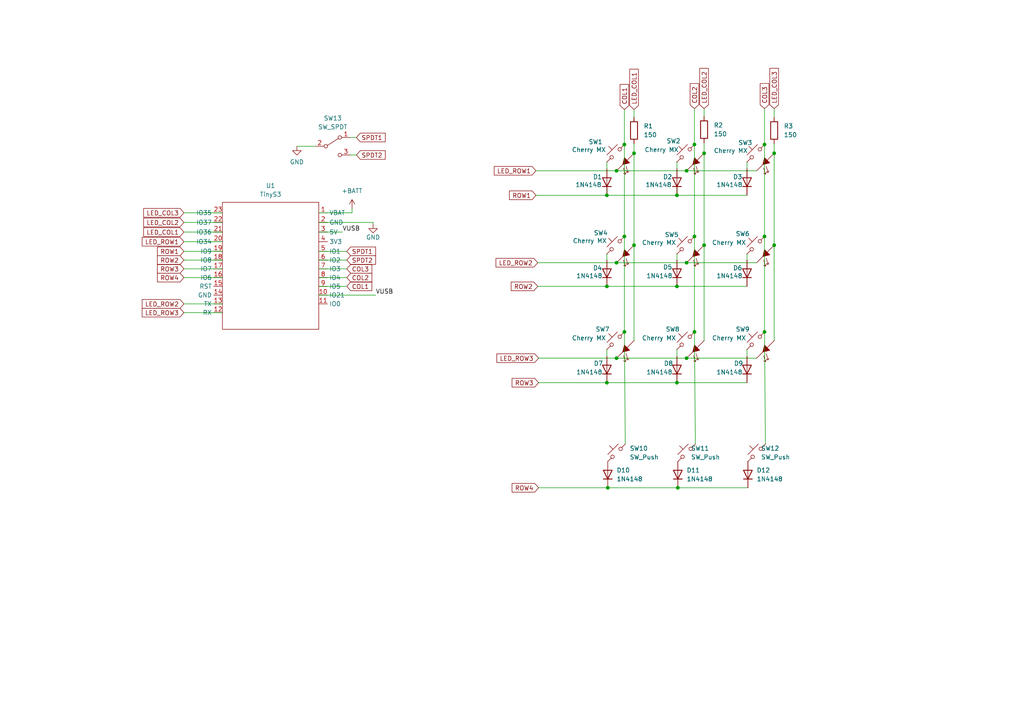
<source format=kicad_sch>
(kicad_sch (version 20211123) (generator eeschema)
  (paper "A4")
  (title_block (title "Macro Keyboard V1") (date "2022-10-02") (rev "1.1"))
  (lib_symbols
    (symbol "Device:R" (pin_numbers hide) (pin_names (offset 0))
      (property "Reference" "R" (at 2.032 0 90))
      (property "Value" "R" (at 0 0 90))
      (symbol "R_0_1"
        (rectangle (start -1.016 -2.54) (end 1.016 2.54) (stroke (width 0.254)))
      )
      (symbol "R_1_1"
        (pin passive line (at 0 3.81 270) (length 1.27) (name "~") (number "1"))
        (pin passive line (at 0 -3.81 90) (length 1.27) (name "~") (number "2"))
      )
    )
    (symbol "Diode:1N4148W" (pin_numbers hide) (pin_names (offset 1.016) hide)
      (property "Reference" "D" (at 0 2.54 0))
      (property "Value" "1N4148W" (at 0 -2.54 0))
      (symbol "1N4148W_0_1"
        (polyline (pts (xy -1.27 1.27) (xy -1.27 -1.27)) (stroke (width 0.254)))
        (polyline (pts (xy 1.27 0) (xy -1.27 0)))
        (polyline (pts (xy 1.27 1.27) (xy 1.27 -1.27) (xy -1.27 0) (xy 1.27 1.27)) (stroke (width 0.254)))
      )
      (symbol "1N4148W_1_1"
        (pin passive line (at -3.81 0 0) (length 2.54) (name "K") (number "1"))
        (pin passive line (at 3.81 0 180) (length 2.54) (name "A") (number "2"))
      )
    )
    (symbol "Macro-Keyboard-symbols:SW_Push_45deg" (pin_numbers hide) (pin_names (offset 1.016) hide)
      (property "Reference" "SW" (at 3.048 1.016 0))
      (property "Value" "SW_Push_45deg" (at 0 -3.81 0))
      (symbol "SW_Push_45deg_0_1"
        (circle (center -1.1684 1.1684) (radius 0.508))
        (polyline (pts (xy -0.508 2.54) (xy 2.54 -0.508)))
        (polyline (pts (xy 1.016 1.016) (xy 2.032 2.032)))
        (polyline (pts (xy -2.54 2.54) (xy -1.524 1.524) (xy -1.524 1.524)))
        (polyline (pts (xy 1.524 -1.524) (xy 2.54 -2.54) (xy 2.54 -2.54) (xy 2.54 -2.54)))
        (circle (center 1.143 -1.1938) (radius 0.508))
        (pin passive line (at -2.54 2.54 0) (length 0) (name "1") (number "1"))
        (pin passive line (at 2.54 -2.54 180) (length 0) (name "2") (number "2"))
      )
    )
    (symbol "Macro-Keyboard-symbols:SW_Push_LED_45deg" (pin_numbers hide) (pin_names (offset 1.016) hide)
      (property "Reference" "SW" (at 3.048 1.016 0))
      (property "Value" "SW_Push_LED_45deg" (at -0.762 -6.35 0))
      (symbol "SW_Push_LED_45deg_0_0"
        (polyline (pts (xy -6.096 -2.794) (xy -4.318 -2.286)))
        (polyline (pts (xy -5.588 -3.556) (xy -3.81 -3.048)))
        (polyline (pts (xy -5.842 -2.286) (xy -6.096 -2.794) (xy -5.588 -3.048)))
        (polyline (pts (xy -5.334 -3.048) (xy -5.588 -3.556) (xy -5.08 -3.81)))
        (polyline (pts (xy -2.794 -4.064) (xy -1.27 -2.54) (xy -3.302 -2.032) (xy -2.794 -4.064)) (fill (type outline)))
      )
      (symbol "SW_Push_LED_45deg_0_1"
        (circle (center -1.1684 1.1684) (radius 0.508))
        (polyline (pts (xy -0.508 2.54) (xy 2.54 -0.508)))
        (polyline (pts (xy 1.016 1.016) (xy 2.032 2.032)))
        (polyline (pts (xy -2.54 2.54) (xy -1.524 1.524) (xy -1.524 1.524)))
        (polyline (pts (xy -5.08 -0.254) (xy 0 -5.334) (xy 0 -5.334) (xy 0 -5.334)))
        (polyline (pts (xy 1.524 -1.524) (xy 2.54 -2.54) (xy 2.54 -2.54) (xy 2.54 -2.54)))
        (circle (center 1.143 -1.1938) (radius 0.508))
        (pin passive line (at 2.54 -2.54 180) (length 0) (name "1") (number "1"))
        (pin passive line (at -2.54 2.54 0) (length 0) (name "2") (number "2"))
      )
      (symbol "SW_Push_LED_45deg_1_1"
        (pin passive line (at 0 -5.334 180) (length 0) (name "3") (number "3"))
        (pin passive line (at -5.08 -0.254 0) (length 0) (name "4") (number "4"))
      )
    )
    (symbol "Macro-Keyboard-symbols:SW_SPDT" (pin_names (offset 0) hide)
      (property "Reference" "SW" (at 0 4.318 0))
      (property "Value" "SW_SPDT" (at 0 -5.08 0))
      (symbol "SW_SPDT_0_0"
        (circle (center -2.032 0) (radius 0.508))
        (circle (center 2.032 -2.54) (radius 0.508))
      )
      (symbol "SW_SPDT_0_1"
        (polyline (pts (xy -1.524 0.254) (xy 1.651 2.286)))
        (circle (center 2.032 2.54) (radius 0.508))
      )
      (symbol "SW_SPDT_1_1"
        (pin passive line (at 5.08 2.54 180) (length 2.54) (name "A") (number "1"))
        (pin passive line (at -5.08 0 0) (length 2.54) (name "B") (number "2"))
        (pin passive line (at 5.08 -2.54 180) (length 2.54) (name "C") (number "3"))
      )
    )
    (symbol "Macro-Keyboard-symbols:TinyS3"
      (property "Reference" "U" (at -0.508 -20.32 0))
      (property "Value" "TinyS3" (at -0.508 21.844 0))
      (symbol "TinyS3_0_1"
        (rectangle (start 13.716 -17.526) (end -14.224 19.304) (stroke (width 0.1524)))
      )
      (symbol "TinyS3_1_1"
        (pin power_in line (at 13.716 16.256 0) (length 2.54) (name "VBAT") (number "1"))
        (pin bidirectional line (at 13.716 -7.62 0) (length 2.54) (name "IO21") (number "10"))
        (pin bidirectional line (at 13.716 -10.16 0) (length 2.54) (name "IO0") (number "11"))
        (pin bidirectional line (at -14.224 -12.7 180) (length 2.54) (name "RX") (number "12"))
        (pin bidirectional line (at -14.224 -10.16 180) (length 2.54) (name "TX") (number "13"))
        (pin power_in line (at -14.224 -7.62 180) (length 2.54) (name "GND") (number "14"))
        (pin input line (at -14.224 -5.08 180) (length 2.54) (name "RST") (number "15"))
        (pin bidirectional line (at -14.224 -2.54 180) (length 2.54) (name "IO6") (number "16"))
        (pin bidirectional line (at -14.224 0 180) (length 2.54) (name "IO7") (number "17"))
        (pin bidirectional line (at -14.224 2.54 180) (length 2.54) (name "IO8") (number "18"))
        (pin bidirectional line (at -14.224 5.08 180) (length 2.54) (name "IO9") (number "19"))
        (pin power_in line (at 13.716 13.462 0) (length 2.54) (name "GND") (number "2"))
        (pin bidirectional line (at -14.224 7.874 180) (length 2.54) (name "IO34") (number "20"))
        (pin bidirectional line (at -14.224 10.668 180) (length 2.54) (name "IO36") (number "21"))
        (pin bidirectional line (at -14.224 13.462 180) (length 2.54) (name "IO37") (number "22"))
        (pin bidirectional line (at -14.224 16.256 180) (length 2.54) (name "IO35") (number "23"))
        (pin power_in line (at 13.716 10.668 0) (length 2.54) (name "5V") (number "3"))
        (pin power_in line (at 13.716 7.874 0) (length 2.54) (name "3V3") (number "4"))
        (pin bidirectional line (at 13.716 5.08 0) (length 2.54) (name "IO1") (number "5"))
        (pin bidirectional line (at 13.716 2.54 0) (length 2.54) (name "IO2") (number "6"))
        (pin bidirectional line (at 13.716 0 0) (length 2.54) (name "IO3") (number "7"))
        (pin bidirectional line (at 13.716 -2.54 0) (length 2.54) (name "IO4") (number "8"))
        (pin bidirectional line (at 13.716 -5.08 0) (length 2.54) (name "IO5") (number "9"))
      )
    )
    (symbol "power:+BATT" (power) (pin_names (offset 0))
      (property "Value" "+BATT" (at 0 3.556 0))
      (symbol "+BATT_0_1"
        (polyline (pts (xy -0.762 1.27) (xy 0 2.54)))
        (polyline (pts (xy 0 0) (xy 0 2.54)))
        (polyline (pts (xy 0 2.54) (xy 0.762 1.27)))
      )
      (symbol "+BATT_1_1"
        (pin power_in line (at 0 0 90) (length 0) hide (name "+BATT") (number "1"))
      )
    )
    (symbol "power:GND" (power) (pin_names (offset 0))
      (property "Value" "GND" (at 0 -3.81 0))
      (symbol "GND_0_1"
        (polyline (pts (xy 0 0) (xy 0 -1.27) (xy 1.27 -1.27) (xy 0 -2.54) (xy -1.27 -1.27) (xy 0 -1.27)))
      )
      (symbol "GND_1_1"
        (pin power_in line (at 0 0 270) (length 0) hide (name "GND") (number "1"))
      )
    )
  )
  (junction (at 178.816 49.53))
  (junction (at 204.216 44.45))
  (junction (at 181.102 68.58))
  (junction (at 199.136 49.53))
  (junction (at 178.816 103.886))
  (junction (at 199.136 103.886))
  (junction (at 178.816 76.2))
  (junction (at 176.022 56.642))
  (junction (at 181.102 96.266))
  (junction (at 221.742 68.58))
  (junction (at 181.102 41.91))
  (junction (at 201.422 96.266))
  (junction (at 196.596 141.478))
  (junction (at 176.022 83.058))
  (junction (at 176.276 141.478))
  (junction (at 224.536 71.12))
  (junction (at 204.216 71.12))
  (junction (at 196.342 110.998))
  (junction (at 183.896 71.12))
  (junction (at 221.742 41.91))
  (junction (at 199.136 76.2))
  (junction (at 201.422 68.58))
  (junction (at 201.422 41.91))
  (junction (at 196.342 83.058))
  (junction (at 183.896 44.45))
  (junction (at 221.742 96.266))
  (junction (at 196.342 56.642))
  (junction (at 176.022 110.998))
  (junction (at 224.536 44.45))
  (wire (pts (xy 155.956 76.2) (xy 178.816 76.2)))
  (wire (pts (xy 181.102 68.58) (xy 181.102 96.266)))
  (wire (pts (xy 216.662 103.378) (xy 216.662 101.346)))
  (wire (pts (xy 176.022 103.378) (xy 176.022 101.346)))
  (wire (pts (xy 156.21 141.478) (xy 176.276 141.478)))
  (wire (pts (xy 156.21 103.886) (xy 178.816 103.886)))
  (wire (pts (xy 224.536 71.12) (xy 224.536 98.806)))
  (wire (pts (xy 53.34 80.518) (xy 64.516 80.518)))
  (wire (pts (xy 199.136 49.53) (xy 219.456 49.53)))
  (wire (pts (xy 155.448 56.642) (xy 176.022 56.642)))
  (wire (pts (xy 101.6 44.958) (xy 103.378 44.958)))
  (wire (pts (xy 199.136 76.2) (xy 219.456 76.2)))
  (wire (pts (xy 53.34 67.31) (xy 64.516 67.31)))
  (wire (pts (xy 92.456 85.598) (xy 108.966 85.598)))
  (wire (pts (xy 101.6 39.878) (xy 103.378 39.878)))
  (wire (pts (xy 199.136 103.886) (xy 219.456 103.886)))
  (wire (pts (xy 176.276 141.478) (xy 196.596 141.478)))
  (wire (pts (xy 216.662 75.438) (xy 216.662 73.66)))
  (wire (pts (xy 53.34 64.516) (xy 64.516 64.516)))
  (wire (pts (xy 204.216 44.45) (xy 204.216 71.12)))
  (wire (pts (xy 176.022 56.642) (xy 176.022 54.61)))
  (wire (pts (xy 53.34 75.438) (xy 64.516 75.438)))
  (wire (pts (xy 53.34 61.722) (xy 64.516 61.722)))
  (wire (pts (xy 216.662 49.022) (xy 216.662 46.99)))
  (wire (pts (xy 178.816 76.2) (xy 199.136 76.2)))
  (wire (pts (xy 201.422 68.58) (xy 201.422 96.266)))
  (wire (pts (xy 183.896 44.45) (xy 183.896 71.12)))
  (wire (pts (xy 92.456 67.31) (xy 99.314 67.31)))
  (wire (pts (xy 176.022 75.438) (xy 176.022 73.66)))
  (wire (pts (xy 183.896 71.12) (xy 183.896 98.806)))
  (wire (pts (xy 92.456 64.516) (xy 108.204 64.516)))
  (wire (pts (xy 176.022 83.058) (xy 196.342 83.058)))
  (wire (pts (xy 201.422 31.496) (xy 201.422 41.91)))
  (wire (pts (xy 204.216 31.496) (xy 204.216 33.782)))
  (wire (pts (xy 178.816 103.886) (xy 199.136 103.886)))
  (wire (pts (xy 53.34 72.898) (xy 64.516 72.898)))
  (wire (pts (xy 204.216 41.402) (xy 204.216 44.45)))
  (wire (pts (xy 196.342 49.022) (xy 196.342 46.99)))
  (wire (pts (xy 108.204 64.516) (xy 108.204 65.024)))
  (wire (pts (xy 196.342 75.438) (xy 196.342 73.66)))
  (wire (pts (xy 176.022 49.022) (xy 176.022 46.99)))
  (wire (pts (xy 201.422 96.266) (xy 201.676 128.778)))
  (wire (pts (xy 53.34 77.978) (xy 64.516 77.978)))
  (wire (pts (xy 204.216 71.12) (xy 204.216 98.806)))
  (wire (pts (xy 221.742 96.266) (xy 221.996 128.778)))
  (wire (pts (xy 181.102 96.266) (xy 181.356 128.778)))
  (wire (pts (xy 196.342 110.998) (xy 216.662 110.998)))
  (wire (pts (xy 53.34 70.104) (xy 64.516 70.104)))
  (wire (pts (xy 224.536 41.656) (xy 224.536 44.45)))
  (wire (pts (xy 86.106 42.418) (xy 91.44 42.418)))
  (wire (pts (xy 92.456 77.978) (xy 100.584 77.978)))
  (wire (pts (xy 156.21 110.998) (xy 176.022 110.998)))
  (wire (pts (xy 196.342 103.378) (xy 196.342 101.346)))
  (wire (pts (xy 183.896 41.656) (xy 183.896 44.45)))
  (wire (pts (xy 92.456 75.438) (xy 100.584 75.438)))
  (wire (pts (xy 221.742 31.496) (xy 221.742 41.91)))
  (wire (pts (xy 221.742 68.58) (xy 221.742 96.266)))
  (wire (pts (xy 92.456 80.518) (xy 100.584 80.518)))
  (wire (pts (xy 224.536 44.45) (xy 224.536 71.12)))
  (wire (pts (xy 181.102 31.75) (xy 181.102 41.91)))
  (wire (pts (xy 201.422 41.91) (xy 201.422 68.58)))
  (wire (pts (xy 181.102 41.91) (xy 181.102 68.58)))
  (wire (pts (xy 53.34 88.138) (xy 64.516 88.138)))
  (wire (pts (xy 178.816 49.53) (xy 199.136 49.53)))
  (wire (pts (xy 102.108 61.722) (xy 102.108 60.452)))
  (wire (pts (xy 155.448 49.53) (xy 178.816 49.53)))
  (wire (pts (xy 196.342 83.058) (xy 216.662 83.058)))
  (wire (pts (xy 92.456 61.722) (xy 102.108 61.722)))
  (wire (pts (xy 155.956 83.058) (xy 176.022 83.058)))
  (wire (pts (xy 224.536 31.496) (xy 224.536 34.036)))
  (wire (pts (xy 176.022 56.642) (xy 196.342 56.642)))
  (wire (pts (xy 92.456 83.058) (xy 100.584 83.058)))
  (wire (pts (xy 221.742 41.91) (xy 221.742 68.58)))
  (wire (pts (xy 176.022 110.998) (xy 196.342 110.998)))
  (wire (pts (xy 92.456 72.898) (xy 100.584 72.898)))
  (wire (pts (xy 196.342 56.642) (xy 196.342 54.61)))
  (wire (pts (xy 183.896 31.75) (xy 183.896 34.036)))
  (wire (pts (xy 196.596 141.478) (xy 216.916 141.478)))
  (wire (pts (xy 53.34 90.678) (xy 64.516 90.678)))
  (wire (pts (xy 196.342 56.642) (xy 216.662 56.642)))
  (label "VUSB" (at 108.966 85.598 0))
  (label "VUSB" (at 99.314 67.31 0))
  (global_label "LED_ROW2" (shape input) (at 53.34 88.138 180) (property "Intersheet References" "${INTERSHEET_REFS}" (effects hide)))
  (global_label "LED_ROW2" (shape input) (at 155.956 76.2 180) (property "Intersheet References" "${INTERSHEET_REFS}" (effects hide)))
  (global_label "LED_ROW1" (shape input) (at 53.34 70.104 180) (property "Intersheet References" "${INTERSHEET_REFS}" (effects hide)))
  (global_label "ROW3" (shape input) (at 156.21 110.998 180) (property "Intersheet References" "${INTERSHEET_REFS}" (effects hide)))
  (global_label "LED_COL3" (shape input) (at 224.536 31.496 90) (property "Intersheet References" "${INTERSHEET_REFS}" (effects hide)))
  (global_label "LED_COL2" (shape input) (at 53.34 64.516 180) (property "Intersheet References" "${INTERSHEET_REFS}" (effects hide)))
  (global_label "COL1" (shape input) (at 100.584 83.058 0) (property "Intersheet References" "${INTERSHEET_REFS}" (effects hide)))
  (global_label "COL1" (shape input) (at 181.102 31.75 90) (property "Intersheet References" "${INTERSHEET_REFS}" (effects hide)))
  (global_label "LED_ROW1" (shape input) (at 155.448 49.53 180) (property "Intersheet References" "${INTERSHEET_REFS}" (effects hide)))
  (global_label "ROW1" (shape input) (at 53.34 72.898 180) (property "Intersheet References" "${INTERSHEET_REFS}" (effects hide)))
  (global_label "SPDT1" (shape input) (at 103.378 39.878 0) (property "Intersheet References" "${INTERSHEET_REFS}" (effects hide)))
  (global_label "SPDT2" (shape input) (at 103.378 44.958 0) (property "Intersheet References" "${INTERSHEET_REFS}" (effects hide)))
  (global_label "COL2" (shape input) (at 201.422 31.496 90) (property "Intersheet References" "${INTERSHEET_REFS}" (effects hide)))
  (global_label "LED_ROW3" (shape input) (at 156.21 103.886 180) (property "Intersheet References" "${INTERSHEET_REFS}" (effects hide)))
  (global_label "ROW4" (shape input) (at 53.34 80.518 180) (property "Intersheet References" "${INTERSHEET_REFS}" (effects hide)))
  (global_label "SPDT1" (shape input) (at 100.584 72.898 0) (property "Intersheet References" "${INTERSHEET_REFS}" (effects hide)))
  (global_label "COL2" (shape input) (at 100.584 80.518 0) (property "Intersheet References" "${INTERSHEET_REFS}" (effects hide)))
  (global_label "COL3" (shape input) (at 221.742 31.496 90) (property "Intersheet References" "${INTERSHEET_REFS}" (effects hide)))
  (global_label "LED_ROW3" (shape input) (at 53.34 90.678 180) (property "Intersheet References" "${INTERSHEET_REFS}" (effects hide)))
  (global_label "ROW2" (shape input) (at 155.956 83.058 180) (property "Intersheet References" "${INTERSHEET_REFS}" (effects hide)))
  (global_label "ROW1" (shape input) (at 155.448 56.642 180) (property "Intersheet References" "${INTERSHEET_REFS}" (effects hide)))
  (global_label "LED_COL1" (shape input) (at 183.896 31.75 90) (property "Intersheet References" "${INTERSHEET_REFS}" (effects hide)))
  (global_label "ROW4" (shape input) (at 156.21 141.478 180) (property "Intersheet References" "${INTERSHEET_REFS}" (effects hide)))
  (global_label "LED_COL3" (shape input) (at 53.34 61.722 180) (property "Intersheet References" "${INTERSHEET_REFS}" (effects hide)))
  (global_label "LED_COL1" (shape input) (at 53.34 67.31 180) (property "Intersheet References" "${INTERSHEET_REFS}" (effects hide)))
  (global_label "ROW3" (shape input) (at 53.34 77.978 180) (property "Intersheet References" "${INTERSHEET_REFS}" (effects hide)))
  (global_label "LED_COL2" (shape input) (at 204.216 31.496 90) (property "Intersheet References" "${INTERSHEET_REFS}" (effects hide)))
  (global_label "COL3" (shape input) (at 100.584 77.978 0) (property "Intersheet References" "${INTERSHEET_REFS}" (effects hide)))
  (global_label "ROW2" (shape input) (at 53.34 75.438 180) (property "Intersheet References" "${INTERSHEET_REFS}" (effects hide)))
  (global_label "SPDT2" (shape input) (at 100.584 75.438 0) (property "Intersheet References" "${INTERSHEET_REFS}" (effects hide)))
  (symbol (lib_id "Device:R") (at 204.216 37.592 0) (unit 1)
    (property "Reference" "R2" (at 207.01 36.3219 0) (effects (justify left)))
    (property "Value" "150" (at 207.01 38.8619 0) (effects (justify left)))
    (property "Footprint" "Resistor_SMD:R_1206_3216Metric_Pad1.30x1.75mm_HandSolder" (effects hide))
  )
  (symbol (lib_id "Macro-Keyboard-symbols:SW_Push_LED_45deg") (at 219.202 44.45 90) (unit 1)
    (property "Reference" "SW3" (at 214.122 41.402 90) (effects (justify right)))
    (property "Value" "Cherry MX" (at 207.01 43.688 90) (effects (justify right)))
    (property "Footprint" "Macro-Keyboard-footprints:CherryMX_1.00u_LED" (effects hide))
  )
  (symbol (lib_id "Macro-Keyboard-symbols:SW_Push_LED_45deg") (at 198.882 71.12 90) (unit 1)
    (property "Reference" "SW5" (at 192.786 68.072 90) (effects (justify right)))
    (property "Value" "Cherry MX" (at 186.182 70.358 90) (effects (justify right)))
    (property "Footprint" "Macro-Keyboard-footprints:CherryMX_1.00u_LED" (effects hide))
  )
  (symbol (lib_id "Macro-Keyboard-symbols:TinyS3") (at 78.74 77.978 0) (unit 1)
    (property "Reference" "U1" (at 78.486 53.848 0))
    (property "Value" "TinyS3" (at 78.486 56.388 0))
    (property "Footprint" "Macro-Keyboard-footprints:TinyS3" (effects hide))
  )
  (symbol (lib_id "Diode:1N4148W") (at 176.022 79.248 90) (unit 1)
    (property "Reference" "D4" (at 171.958 77.724 90) (effects (justify right)))
    (property "Value" "1N4148" (at 167.132 80.01 90) (effects (justify right)))
    (property "Footprint" "Diode_SMD:D_SOD-123" (effects hide))
    (property "Datasheet" "https://www.vishay.com/docs/85748/1n4148w.pdf" (effects hide))
  )
  (symbol (lib_id "Macro-Keyboard-symbols:SW_Push_45deg") (at 219.456 131.318 90) (unit 1)
    (property "Reference" "SW12" (at 220.726 130.0479 90) (effects (justify right)))
    (property "Value" "SW_Push" (at 220.726 132.5879 90) (effects (justify right)))
    (property "Footprint" "Macro-Keyboard-footprints:SW_PUSH_6mm_H7.3mm" (effects hide))
  )
  (symbol (lib_id "Macro-Keyboard-symbols:SW_Push_45deg") (at 199.136 131.318 90) (unit 1)
    (property "Reference" "SW11" (at 200.406 130.0479 90) (effects (justify right)))
    (property "Value" "SW_Push" (at 200.406 132.5879 90) (effects (justify right)))
    (property "Footprint" "Macro-Keyboard-footprints:SW_PUSH_6mm_H7.3mm" (effects hide))
  )
  (symbol (lib_id "Device:R") (at 224.536 37.846 0) (unit 1)
    (property "Reference" "R3" (at 227.33 36.5759 0) (effects (justify left)))
    (property "Value" "150" (at 227.33 39.1159 0) (effects (justify left)))
    (property "Footprint" "Resistor_SMD:R_1206_3216Metric_Pad1.30x1.75mm_HandSolder" (effects hide))
  )
  (symbol (lib_id "Diode:1N4148W") (at 176.276 137.668 90) (unit 1)
    (property "Reference" "D10" (at 178.816 136.3979 90) (effects (justify right)))
    (property "Value" "1N4148" (at 178.816 138.9379 90) (effects (justify right)))
    (property "Footprint" "Diode_SMD:D_SOD-123" (effects hide))
    (property "Datasheet" "https://www.vishay.com/docs/85748/1n4148w.pdf" (effects hide))
  )
  (symbol (lib_id "power:GND") (at 86.106 42.418 0) (unit 1)
    (property "Reference" "#PWR0103" (effects hide))
    (property "Value" "GND" (at 86.106 46.99 0))
  )
  (symbol (lib_id "Diode:1N4148W") (at 176.022 52.832 90) (unit 1)
    (property "Reference" "D1" (at 171.958 51.308 90) (effects (justify right)))
    (property "Value" "1N4148" (at 166.878 53.594 90) (effects (justify right)))
    (property "Footprint" "Diode_SMD:D_SOD-123" (effects hide))
    (property "Datasheet" "https://www.vishay.com/docs/85748/1n4148w.pdf" (effects hide))
  )
  (symbol (lib_id "Macro-Keyboard-symbols:SW_Push_LED_45deg") (at 219.202 98.806 90) (unit 1)
    (property "Reference" "SW9" (at 213.36 95.504 90) (effects (justify right)))
    (property "Value" "Cherry MX" (at 206.502 98.044 90) (effects (justify right)))
    (property "Footprint" "Macro-Keyboard-footprints:CherryMX_1.00u_LED" (effects hide))
  )
  (symbol (lib_id "Macro-Keyboard-symbols:SW_Push_LED_45deg") (at 178.562 71.12 90) (unit 1)
    (property "Reference" "SW4" (at 172.212 67.564 90) (effects (justify right)))
    (property "Value" "Cherry MX" (at 166.116 69.85 90) (effects (justify right)))
    (property "Footprint" "Macro-Keyboard-footprints:CherryMX_1.00u_LED" (effects hide))
  )
  (symbol (lib_id "power:+BATT") (at 102.108 60.452 0) (unit 1)
    (property "Reference" "#PWR0102" (effects hide))
    (property "Value" "+BATT" (at 102.108 55.372 0))
  )
  (symbol (lib_id "Device:R") (at 183.896 37.846 0) (unit 1)
    (property "Reference" "R1" (at 186.69 36.5759 0) (effects (justify left)))
    (property "Value" "150" (at 186.69 39.1159 0) (effects (justify left)))
    (property "Footprint" "Resistor_SMD:R_1206_3216Metric_Pad1.30x1.75mm_HandSolder" (effects hide))
  )
  (symbol (lib_id "Macro-Keyboard-symbols:SW_Push_LED_45deg") (at 219.202 71.12 90) (unit 1)
    (property "Reference" "SW6" (at 213.36 67.818 90) (effects (justify right)))
    (property "Value" "Cherry MX" (at 206.502 70.358 90) (effects (justify right)))
    (property "Footprint" "Macro-Keyboard-footprints:CherryMX_1.00u_LED" (effects hide))
  )
  (symbol (lib_id "Diode:1N4148W") (at 196.342 79.248 90) (unit 1)
    (property "Reference" "D5" (at 192.278 77.47 90) (effects (justify right)))
    (property "Value" "1N4148" (at 187.452 80.01 90) (effects (justify right)))
    (property "Footprint" "Diode_SMD:D_SOD-123" (effects hide))
    (property "Datasheet" "https://www.vishay.com/docs/85748/1n4148w.pdf" (effects hide))
  )
  (symbol (lib_id "Macro-Keyboard-symbols:SW_Push_LED_45deg") (at 198.882 44.45 90) (unit 1)
    (property "Reference" "SW2" (at 193.294 40.894 90) (effects (justify right)))
    (property "Value" "Cherry MX" (at 186.944 43.434 90) (effects (justify right)))
    (property "Footprint" "Macro-Keyboard-footprints:CherryMX_1.00u_LED" (effects hide))
  )
  (symbol (lib_id "Diode:1N4148W") (at 216.916 137.668 90) (unit 1)
    (property "Reference" "D12" (at 219.456 136.3979 90) (effects (justify right)))
    (property "Value" "1N4148" (at 219.456 138.9379 90) (effects (justify right)))
    (property "Footprint" "Diode_SMD:D_SOD-123" (effects hide))
    (property "Datasheet" "https://www.vishay.com/docs/85748/1n4148w.pdf" (effects hide))
  )
  (symbol (lib_id "Diode:1N4148W") (at 216.662 52.832 90) (unit 1)
    (property "Reference" "D3" (at 212.598 51.308 90) (effects (justify right)))
    (property "Value" "1N4148" (at 207.772 53.594 90) (effects (justify right)))
    (property "Footprint" "Diode_SMD:D_SOD-123" (effects hide))
    (property "Datasheet" "https://www.vishay.com/docs/85748/1n4148w.pdf" (effects hide))
  )
  (symbol (lib_id "Macro-Keyboard-symbols:SW_Push_LED_45deg") (at 178.562 98.806 90) (unit 1)
    (property "Reference" "SW7" (at 172.72 95.504 90) (effects (justify right)))
    (property "Value" "Cherry MX" (at 165.862 98.044 90) (effects (justify right)))
    (property "Footprint" "Macro-Keyboard-footprints:CherryMX_1.00u_LED" (effects hide))
  )
  (symbol (lib_id "Diode:1N4148W") (at 196.342 52.832 90) (unit 1)
    (property "Reference" "D2" (at 192.278 51.308 90) (effects (justify right)))
    (property "Value" "1N4148" (at 187.198 53.594 90) (effects (justify right)))
    (property "Footprint" "Diode_SMD:D_SOD-123" (effects hide))
    (property "Datasheet" "https://www.vishay.com/docs/85748/1n4148w.pdf" (effects hide))
  )
  (symbol (lib_id "Macro-Keyboard-symbols:SW_Push_LED_45deg") (at 178.562 44.45 90) (unit 1)
    (property "Reference" "SW1" (at 170.688 41.148 90) (effects (justify right)))
    (property "Value" "Cherry MX" (at 165.862 43.434 90) (effects (justify right)))
    (property "Footprint" "Macro-Keyboard-footprints:CherryMX_1.00u_LED" (effects hide))
  )
  (symbol (lib_id "Diode:1N4148W") (at 196.596 137.668 90) (unit 1)
    (property "Reference" "D11" (at 199.136 136.3979 90) (effects (justify right)))
    (property "Value" "1N4148" (at 199.136 138.9379 90) (effects (justify right)))
    (property "Footprint" "Diode_SMD:D_SOD-123" (effects hide))
    (property "Datasheet" "https://www.vishay.com/docs/85748/1n4148w.pdf" (effects hide))
  )
  (symbol (lib_id "Diode:1N4148W") (at 196.342 107.188 90) (unit 1)
    (property "Reference" "D8" (at 192.532 105.41 90) (effects (justify right)))
    (property "Value" "1N4148" (at 187.452 107.95 90) (effects (justify right)))
    (property "Footprint" "Diode_SMD:D_SOD-123" (effects hide))
    (property "Datasheet" "https://www.vishay.com/docs/85748/1n4148w.pdf" (effects hide))
  )
  (symbol (lib_id "Diode:1N4148W") (at 216.662 107.188 90) (unit 1)
    (property "Reference" "D9" (at 212.852 105.41 90) (effects (justify right)))
    (property "Value" "1N4148" (at 207.772 107.95 90) (effects (justify right)))
    (property "Footprint" "Diode_SMD:D_SOD-123" (effects hide))
    (property "Datasheet" "https://www.vishay.com/docs/85748/1n4148w.pdf" (effects hide))
  )
  (symbol (lib_id "Diode:1N4148W") (at 216.662 79.248 90) (unit 1)
    (property "Reference" "D6" (at 212.598 77.724 90) (effects (justify right)))
    (property "Value" "1N4148" (at 207.772 80.01 90) (effects (justify right)))
    (property "Footprint" "Diode_SMD:D_SOD-123" (effects hide))
    (property "Datasheet" "https://www.vishay.com/docs/85748/1n4148w.pdf" (effects hide))
  )
  (symbol (lib_id "Macro-Keyboard-symbols:SW_Push_LED_45deg") (at 198.882 98.806 90) (unit 1)
    (property "Reference" "SW8" (at 193.04 95.504 90) (effects (justify right)))
    (property "Value" "Cherry MX" (at 186.182 98.044 90) (effects (justify right)))
    (property "Footprint" "Macro-Keyboard-footprints:CherryMX_1.00u_LED" (effects hide))
  )
  (symbol (lib_id "Macro-Keyboard-symbols:SW_SPDT") (at 96.52 42.418 0) (unit 1)
    (property "Reference" "SW13" (at 96.52 34.29 0))
    (property "Value" "SW_SPDT" (at 96.52 36.83 0))
    (property "Footprint" "Macro-Keyboard-footprints:SK12D07VG4" (effects hide))
  )
  (symbol (lib_id "Diode:1N4148W") (at 176.022 107.188 90) (unit 1)
    (property "Reference" "D7" (at 172.212 105.41 90) (effects (justify right)))
    (property "Value" "1N4148" (at 167.132 107.95 90) (effects (justify right)))
    (property "Footprint" "Diode_SMD:D_SOD-123" (effects hide))
    (property "Datasheet" "https://www.vishay.com/docs/85748/1n4148w.pdf" (effects hide))
  )
  (symbol (lib_id "Macro-Keyboard-symbols:SW_Push_45deg") (at 178.816 131.318 90) (unit 1)
    (property "Reference" "SW10" (at 182.626 130.0479 90) (effects (justify right)))
    (property "Value" "SW_Push" (at 182.626 132.5879 90) (effects (justify right)))
    (property "Footprint" "Macro-Keyboard-footprints:SW_PUSH_6mm_H7.3mm" (effects hide))
  )
  (symbol (lib_id "power:GND") (at 108.204 65.024 0) (unit 1)
    (property "Reference" "#PWR0101" (effects hide))
    (property "Value" "GND" (at 108.204 68.834 0))
  )
)
</source>
